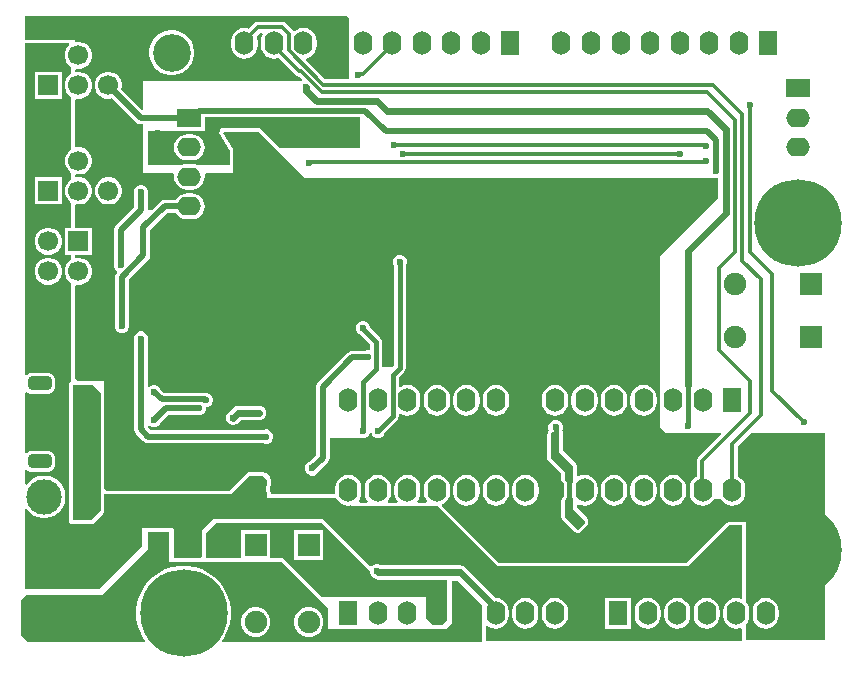
<source format=gbl>
G04*
G04 #@! TF.GenerationSoftware,Altium Limited,Altium Designer,22.5.1 (42)*
G04*
G04 Layer_Physical_Order=2*
G04 Layer_Color=16711680*
%FSLAX44Y44*%
%MOMM*%
G71*
G04*
G04 #@! TF.SameCoordinates,34FB0FCD-49E4-40E2-9EDC-7902339FC661*
G04*
G04*
G04 #@! TF.FilePolarity,Positive*
G04*
G01*
G75*
%ADD12C,0.6000*%
%ADD13C,0.3000*%
%ADD14C,0.4000*%
%ADD16R,1.9000X1.9000*%
%ADD64R,1.9000X1.9000*%
%ADD65C,1.9000*%
%ADD69C,0.5000*%
%ADD73O,1.6000X2.0000*%
%ADD74R,1.6000X2.0000*%
%ADD75R,2.0000X1.6000*%
%ADD76O,2.0000X1.6000*%
%ADD77C,3.0000*%
G04:AMPARAMS|DCode=78|XSize=2mm|YSize=1.2mm|CornerRadius=0.36mm|HoleSize=0mm|Usage=FLASHONLY|Rotation=0.000|XOffset=0mm|YOffset=0mm|HoleType=Round|Shape=RoundedRectangle|*
%AMROUNDEDRECTD78*
21,1,2.0000,0.4800,0,0,0.0*
21,1,1.2800,1.2000,0,0,0.0*
1,1,0.7200,0.6400,-0.2400*
1,1,0.7200,-0.6400,-0.2400*
1,1,0.7200,-0.6400,0.2400*
1,1,0.7200,0.6400,0.2400*
%
%ADD78ROUNDEDRECTD78*%
%ADD79R,1.7000X1.7000*%
%ADD80C,1.7000*%
%ADD81C,3.2000*%
%ADD82C,7.4000*%
%ADD83C,0.6000*%
G36*
X280000Y529000D02*
Y477588D01*
X260197D01*
X243742Y494043D01*
X244150Y495246D01*
X244432Y495283D01*
X247108Y496391D01*
X249405Y498155D01*
X251168Y500452D01*
X252277Y503128D01*
X252655Y506000D01*
Y510000D01*
X252277Y512872D01*
X251168Y515547D01*
X249405Y517845D01*
X247108Y519608D01*
X244432Y520717D01*
X241560Y521095D01*
X238688Y520717D01*
X236012Y519608D01*
X234366Y518345D01*
X232814Y518512D01*
X232694Y518601D01*
X232304Y519184D01*
X226744Y524744D01*
X225256Y525739D01*
X223500Y526088D01*
X203060D01*
X201304Y525739D01*
X199816Y524744D01*
X195391Y520320D01*
X194432Y520717D01*
X191560Y521095D01*
X188688Y520717D01*
X186012Y519608D01*
X183715Y517845D01*
X181952Y515547D01*
X180843Y512872D01*
X180465Y510000D01*
Y506000D01*
X180843Y503128D01*
X181952Y500452D01*
X183715Y498155D01*
X186012Y496391D01*
X188688Y495283D01*
X191560Y494905D01*
X194432Y495283D01*
X197108Y496391D01*
X199405Y498155D01*
X201168Y500452D01*
X202277Y503128D01*
X202655Y506000D01*
Y510000D01*
X202277Y512872D01*
X201880Y513831D01*
X204960Y516912D01*
X206563D01*
X207125Y515773D01*
X206952Y515547D01*
X205843Y512872D01*
X205465Y510000D01*
Y506000D01*
X205843Y503128D01*
X206952Y500452D01*
X208715Y498155D01*
X211012Y496391D01*
X213688Y495283D01*
X216560Y494905D01*
X219432Y495283D01*
X220391Y495681D01*
X234939Y481133D01*
X236427Y480138D01*
X237848Y479855D01*
X240348Y477356D01*
X240387Y477158D01*
X239908Y476000D01*
X106000D01*
Y452367D01*
X104730Y451841D01*
X87266Y469305D01*
X87700Y470926D01*
Y473954D01*
X86916Y476879D01*
X85402Y479501D01*
X83261Y481642D01*
X80639Y483156D01*
X77714Y483940D01*
X74686D01*
X71761Y483156D01*
X69139Y481642D01*
X66998Y479501D01*
X65484Y476879D01*
X64700Y473954D01*
Y470926D01*
X65484Y468001D01*
X66998Y465379D01*
X69139Y463238D01*
X71761Y461724D01*
X74686Y460940D01*
X77714D01*
X79335Y461374D01*
X99675Y441035D01*
X101494Y439819D01*
X103640Y439392D01*
X106000D01*
Y398000D01*
X131019D01*
X132133Y396730D01*
X131905Y395000D01*
X132283Y392128D01*
X133392Y389453D01*
X135155Y387155D01*
X137452Y385392D01*
X140128Y384283D01*
X143000Y383905D01*
X147000D01*
X149872Y384283D01*
X152548Y385392D01*
X154845Y387155D01*
X156608Y389453D01*
X157717Y392128D01*
X158095Y395000D01*
X157867Y396730D01*
X158981Y398000D01*
X182000D01*
X182000Y405602D01*
X182059Y405898D01*
X182059Y405898D01*
X182059Y417000D01*
X182014Y417223D01*
X182025Y417450D01*
X181899Y417803D01*
X181826Y418171D01*
X181700Y418360D01*
X181623Y418574D01*
X173764Y431671D01*
X174484Y432941D01*
X203733D01*
X219837Y416837D01*
X220819Y416181D01*
X243000Y394000D01*
X592882D01*
Y376883D01*
X543000Y327000D01*
Y183000D01*
X548000Y178000D01*
X594852D01*
X595338Y176827D01*
X575756Y157244D01*
X574761Y155756D01*
X574412Y154000D01*
Y141330D01*
X573973Y141149D01*
X571675Y139385D01*
X569911Y137087D01*
X568803Y134412D01*
X568425Y131540D01*
Y127540D01*
X568803Y124668D01*
X569911Y121993D01*
X571675Y119695D01*
X573973Y117931D01*
X576648Y116823D01*
X579520Y116445D01*
X582392Y116823D01*
X585067Y117931D01*
X587365Y119695D01*
X589128Y121993D01*
X589132Y122000D01*
X594908D01*
X594911Y121993D01*
X596675Y119695D01*
X598973Y117931D01*
X601648Y116823D01*
X604520Y116445D01*
X607392Y116823D01*
X610067Y117931D01*
X612365Y119695D01*
X614128Y121993D01*
X615237Y124668D01*
X615615Y127540D01*
Y131540D01*
X615237Y134412D01*
X614128Y137087D01*
X612365Y139385D01*
X610067Y141149D01*
X609108Y141546D01*
Y166619D01*
X620489Y178000D01*
X683000D01*
X683000Y3000D01*
X616059D01*
Y12422D01*
X616000Y12717D01*
Y15756D01*
X617608Y17852D01*
X618717Y20528D01*
X619095Y23400D01*
Y27400D01*
X618717Y30272D01*
X617608Y32947D01*
X616000Y35044D01*
Y38083D01*
X616059Y38378D01*
Y100000D01*
X616000Y100295D01*
Y103000D01*
X613296D01*
X613000Y103059D01*
X602000D01*
X601704Y103000D01*
X601000D01*
X600819Y102819D01*
X599837Y102163D01*
X599837Y102163D01*
X565733Y68059D01*
X407267D01*
X358985Y116340D01*
X359233Y117586D01*
X360067Y117931D01*
X362365Y119695D01*
X364128Y121993D01*
X365237Y124668D01*
X365615Y127540D01*
Y131540D01*
X365237Y134412D01*
X364128Y137087D01*
X362365Y139385D01*
X360067Y141149D01*
X357392Y142257D01*
X354520Y142635D01*
X351648Y142257D01*
X348973Y141149D01*
X346675Y139385D01*
X344911Y137087D01*
X343803Y134412D01*
X343425Y131540D01*
Y127540D01*
X343803Y124668D01*
X344911Y121993D01*
X346188Y120329D01*
X345562Y119059D01*
X338478D01*
X337852Y120329D01*
X339128Y121993D01*
X340237Y124668D01*
X340615Y127540D01*
Y131540D01*
X340237Y134412D01*
X339128Y137087D01*
X337365Y139385D01*
X335067Y141149D01*
X332392Y142257D01*
X329520Y142635D01*
X326648Y142257D01*
X323973Y141149D01*
X321675Y139385D01*
X319911Y137087D01*
X318803Y134412D01*
X318425Y131540D01*
Y127540D01*
X318803Y124668D01*
X319911Y121993D01*
X321188Y120329D01*
X320562Y119059D01*
X313478Y119059D01*
X312852Y120329D01*
X314128Y121993D01*
X315237Y124668D01*
X315615Y127540D01*
Y131540D01*
X315237Y134412D01*
X314128Y137087D01*
X312365Y139385D01*
X310068Y141149D01*
X307392Y142257D01*
X304520Y142635D01*
X301648Y142257D01*
X298972Y141149D01*
X296675Y139385D01*
X294911Y137087D01*
X293803Y134412D01*
X293425Y131540D01*
Y127540D01*
X293803Y124668D01*
X294911Y121993D01*
X296188Y120329D01*
X295562Y119059D01*
X289941D01*
X288208Y120792D01*
X289128Y121993D01*
X290237Y124668D01*
X290615Y127540D01*
Y131540D01*
X290237Y134412D01*
X289128Y137087D01*
X287365Y139385D01*
X285068Y141149D01*
X282392Y142257D01*
X279520Y142635D01*
X276648Y142257D01*
X273972Y141149D01*
X271675Y139385D01*
X269911Y137087D01*
X268803Y134412D01*
X268425Y131540D01*
Y127540D01*
X268494Y127014D01*
X267657Y126059D01*
X231000Y126059D01*
X214059D01*
Y127515D01*
X214059Y127515D01*
X213826Y128685D01*
X213692Y128885D01*
X213059Y130415D01*
Y131585D01*
X213692Y133115D01*
X213826Y133315D01*
X214059Y134485D01*
X214059Y134485D01*
Y138000D01*
X214059Y138000D01*
X213826Y139171D01*
X213163Y140163D01*
X213163Y140163D01*
X213000Y140326D01*
Y142000D01*
X211000Y144000D01*
X209326D01*
X209163Y144163D01*
X208171Y144826D01*
X207000Y145059D01*
X207000Y145059D01*
X196000D01*
X196000Y145059D01*
X194830Y144826D01*
X193837Y144163D01*
X178733Y129059D01*
X74941D01*
X73059Y130941D01*
Y212000D01*
X73059Y212000D01*
X73000Y212296D01*
Y222000D01*
X63296D01*
X63000Y222059D01*
X63000Y222059D01*
X50941D01*
X48059Y224941D01*
Y302746D01*
X49066Y303519D01*
X49286Y303460D01*
X52314D01*
X55239Y304244D01*
X57861Y305758D01*
X60002Y307899D01*
X61516Y310521D01*
X62300Y313446D01*
Y316474D01*
X61516Y319399D01*
X60002Y322021D01*
X57861Y324162D01*
X55239Y325676D01*
X52314Y326460D01*
X49286D01*
X49066Y326401D01*
X48059Y327174D01*
Y328860D01*
X62300D01*
Y351860D01*
X48059D01*
Y370839D01*
X49066Y371613D01*
X49486Y371500D01*
X52514D01*
X55439Y372284D01*
X58061Y373798D01*
X60202Y375939D01*
X61716Y378561D01*
X62500Y381486D01*
Y384514D01*
X61716Y387439D01*
X60202Y390061D01*
X58061Y392202D01*
X55439Y393716D01*
X52514Y394500D01*
X49486D01*
X49196Y394422D01*
X48190Y395194D01*
Y396206D01*
X49196Y396978D01*
X49486Y396900D01*
X52514D01*
X55439Y397684D01*
X58061Y399198D01*
X60202Y401339D01*
X61716Y403961D01*
X62500Y406886D01*
Y409914D01*
X61716Y412839D01*
X60202Y415461D01*
X58061Y417602D01*
X55439Y419116D01*
X52514Y419900D01*
X49486D01*
X49066Y419787D01*
X48059Y420561D01*
Y460226D01*
X49066Y460999D01*
X49286Y460940D01*
X52314D01*
X55239Y461724D01*
X57861Y463238D01*
X60002Y465379D01*
X61516Y468001D01*
X62300Y470926D01*
Y473954D01*
X61516Y476879D01*
X60002Y479501D01*
X57861Y481642D01*
X55239Y483156D01*
X52314Y483940D01*
X49286D01*
X48294Y484767D01*
Y485513D01*
X49100Y486185D01*
X49343Y486340D01*
X52314D01*
X55239Y487124D01*
X57861Y488638D01*
X60002Y490779D01*
X61516Y493401D01*
X62300Y496326D01*
Y499354D01*
X61516Y502279D01*
X60002Y504901D01*
X57861Y507042D01*
X55239Y508556D01*
X52314Y509340D01*
X49286D01*
X49008Y509265D01*
X48000Y510038D01*
Y511000D01*
X43369D01*
X43162Y511054D01*
X43073Y511041D01*
X42985Y511059D01*
X6000D01*
Y531000D01*
X278000D01*
X280000Y529000D01*
D02*
G37*
G36*
X289000Y419000D02*
X222000D01*
X205000Y436000D01*
X171333D01*
X170000Y432000D01*
X179000Y417000D01*
X179000Y405898D01*
X178102Y405000D01*
X151602D01*
X149872Y405717D01*
X147000Y406095D01*
X143000D01*
X140128Y405717D01*
X138398Y405000D01*
X110000D01*
Y434000D01*
X132000D01*
Y434000D01*
X158000D01*
Y445392D01*
X289000D01*
Y419000D01*
D02*
G37*
G36*
X43427Y506730D02*
X41598Y504901D01*
X40084Y502279D01*
X39300Y499354D01*
Y496326D01*
X40084Y493401D01*
X41598Y490779D01*
X43739Y488638D01*
X45000Y487910D01*
Y482370D01*
X43739Y481642D01*
X41598Y479501D01*
X40084Y476879D01*
X39300Y473954D01*
Y470926D01*
X40084Y468001D01*
X41598Y465379D01*
X43739Y463238D01*
X45000Y462510D01*
Y418215D01*
X43939Y417602D01*
X41798Y415461D01*
X40284Y412839D01*
X39500Y409914D01*
Y406886D01*
X40284Y403961D01*
X41798Y401339D01*
X43939Y399198D01*
X45000Y398585D01*
Y392815D01*
X43939Y392202D01*
X41798Y390061D01*
X40284Y387439D01*
X39500Y384514D01*
Y381486D01*
X40284Y378561D01*
X41798Y375939D01*
X43939Y373798D01*
X45000Y373185D01*
Y351860D01*
X39300D01*
Y328860D01*
X45000D01*
Y324890D01*
X43739Y324162D01*
X41598Y322021D01*
X40084Y319399D01*
X39300Y316474D01*
Y313446D01*
X40084Y310521D01*
X41598Y307899D01*
X43739Y305758D01*
X45000Y305030D01*
Y221860D01*
X44830Y221826D01*
X43837Y221163D01*
X43174Y220170D01*
X42941Y219000D01*
Y104000D01*
X43174Y102830D01*
X43837Y101837D01*
X44830Y101174D01*
X46000Y100941D01*
X62000D01*
X62000Y100941D01*
X63170Y101174D01*
X64163Y101837D01*
X64163Y101837D01*
X72163Y109837D01*
X72826Y110829D01*
X73059Y112000D01*
X73059Y112000D01*
Y126000D01*
X180000D01*
X196000Y142000D01*
X207000D01*
X211000Y138000D01*
Y134485D01*
X210913Y134399D01*
X210000Y132193D01*
Y129806D01*
X210913Y127601D01*
X211000Y127515D01*
Y123000D01*
X231000D01*
X269494Y123000D01*
X269911Y121993D01*
X271675Y119695D01*
X273972Y117931D01*
X276648Y116823D01*
X279520Y116445D01*
X282202Y116798D01*
X283000Y116000D01*
X355000Y116000D01*
X406000Y65000D01*
X567000D01*
X602000Y100000D01*
X613000D01*
Y38378D01*
X611944Y37673D01*
X610872Y38117D01*
X608000Y38495D01*
X605128Y38117D01*
X602453Y37009D01*
X600155Y35245D01*
X598391Y32947D01*
X597283Y30272D01*
X596905Y27400D01*
Y23400D01*
X597283Y20528D01*
X598391Y17852D01*
X600155Y15555D01*
X602453Y13792D01*
X605128Y12683D01*
X608000Y12305D01*
X610872Y12683D01*
X611944Y13127D01*
X613000Y12422D01*
Y2000D01*
X396059D01*
Y14334D01*
X397329Y14961D01*
X398853Y13792D01*
X401528Y12683D01*
X404400Y12305D01*
X407272Y12683D01*
X409948Y13792D01*
X412245Y15555D01*
X414008Y17852D01*
X415117Y20528D01*
X415495Y23400D01*
Y27400D01*
X415117Y30272D01*
X414008Y32947D01*
X412245Y35245D01*
X409948Y37009D01*
X407272Y38117D01*
X404400Y38495D01*
X404185Y38467D01*
X378326Y64326D01*
X376341Y65652D01*
X374000Y66118D01*
X307324D01*
X306842Y66317D01*
X306341Y66652D01*
X305750Y66769D01*
X305194Y67000D01*
X304591D01*
X304000Y67118D01*
X303409Y67000D01*
X302806D01*
X302250Y66769D01*
X301659Y66652D01*
X301158Y66317D01*
X300601Y66087D01*
X300175Y65661D01*
X299674Y65326D01*
X299543Y65128D01*
X298271Y65055D01*
X259163Y104163D01*
X258181Y104819D01*
X258000Y105000D01*
X257295D01*
X257000Y105059D01*
X257000Y105059D01*
X168000D01*
X167705Y105000D01*
X165000D01*
X156000Y96000D01*
Y93295D01*
X155941Y93000D01*
X155941Y93000D01*
Y73941D01*
X154059Y72059D01*
X132000D01*
Y97000D01*
X131000Y98000D01*
X105000D01*
Y82000D01*
X69000Y46000D01*
X6000D01*
Y113261D01*
X7270Y113646D01*
X8019Y112526D01*
X10526Y110019D01*
X13474Y108049D01*
X16750Y106692D01*
X20227Y106000D01*
X23773D01*
X27250Y106692D01*
X30526Y108049D01*
X33474Y110019D01*
X35982Y112526D01*
X37951Y115474D01*
X39308Y118750D01*
X40000Y122227D01*
Y125773D01*
X39308Y129250D01*
X37951Y132526D01*
X35982Y135474D01*
X33474Y137982D01*
X30526Y139951D01*
X27250Y141308D01*
X23773Y142000D01*
X20227D01*
X16750Y141308D01*
X13474Y139951D01*
X10526Y137982D01*
X8019Y135474D01*
X7270Y134354D01*
X6000Y134739D01*
Y146296D01*
X6741Y146683D01*
X7270Y146795D01*
X8522Y145835D01*
X10127Y145170D01*
X11850Y144943D01*
X24650D01*
X26373Y145170D01*
X27978Y145835D01*
X29357Y146893D01*
X30415Y148272D01*
X31080Y149877D01*
X31307Y151600D01*
Y156400D01*
X31080Y158123D01*
X30415Y159728D01*
X29357Y161107D01*
X27978Y162165D01*
X26373Y162830D01*
X24650Y163057D01*
X11850D01*
X10127Y162830D01*
X8522Y162165D01*
X7270Y161205D01*
X6741Y161317D01*
X6000Y161704D01*
Y212296D01*
X6741Y212683D01*
X7270Y212795D01*
X8522Y211835D01*
X10127Y211170D01*
X11850Y210943D01*
X24650D01*
X26373Y211170D01*
X27978Y211835D01*
X29357Y212893D01*
X30415Y214272D01*
X31080Y215877D01*
X31307Y217600D01*
Y222400D01*
X31080Y224123D01*
X30415Y225728D01*
X29357Y227107D01*
X27978Y228165D01*
X26373Y228830D01*
X24650Y229057D01*
X11850D01*
X10127Y228830D01*
X8522Y228165D01*
X7270Y227205D01*
X6741Y227317D01*
X6000Y227704D01*
Y508000D01*
X42985D01*
X43427Y506730D01*
D02*
G37*
G36*
X70000Y212000D02*
Y112000D01*
X62000Y104000D01*
X46000D01*
Y219000D01*
X63000D01*
X70000Y212000D01*
D02*
G37*
G36*
X297902Y61098D02*
X297882Y61000D01*
X298000Y60409D01*
Y59806D01*
X298231Y59250D01*
X298348Y58659D01*
X298683Y58158D01*
X298913Y57601D01*
X299340Y57175D01*
X299674Y56674D01*
X300674Y55674D01*
X301864Y54879D01*
X302659Y54348D01*
X305000Y53882D01*
X363000D01*
Y19000D01*
X359059Y15059D01*
X350941D01*
X345000Y21000D01*
X345000Y39000D01*
X257326Y39000D01*
X225163Y71163D01*
X224170Y71826D01*
X223000Y72059D01*
X223000Y72059D01*
X213500D01*
Y95500D01*
X188500D01*
Y72059D01*
X159000D01*
Y93000D01*
X168000Y102000D01*
X257000D01*
X297902Y61098D01*
D02*
G37*
G36*
X128000Y69000D02*
X223000D01*
X262000Y30000D01*
Y12000D01*
X362000D01*
X367000Y17000D01*
Y53000D01*
X372000D01*
X393000Y32000D01*
Y1000D01*
X173114D01*
X172537Y2132D01*
X174211Y4435D01*
X177069Y10045D01*
X179015Y16033D01*
X180000Y22252D01*
Y28548D01*
X179015Y34767D01*
X177069Y40755D01*
X174211Y46365D01*
X170510Y51458D01*
X166058Y55910D01*
X160965Y59611D01*
X155355Y62470D01*
X149367Y64415D01*
X143148Y65400D01*
X136852D01*
X130633Y64415D01*
X124645Y62470D01*
X119035Y59611D01*
X113942Y55910D01*
X109490Y51458D01*
X105789Y46365D01*
X102930Y40755D01*
X100985Y34767D01*
X100000Y28548D01*
Y22252D01*
X100985Y16033D01*
X102930Y10045D01*
X105789Y4435D01*
X107463Y2132D01*
X106886Y1000D01*
X8000D01*
X2000Y7000D01*
Y36000D01*
X7000Y41000D01*
X71000D01*
X110000Y80000D01*
Y94000D01*
X128000D01*
Y69000D01*
D02*
G37*
%LPC*%
G36*
X131871Y519000D02*
X128129D01*
X124458Y518270D01*
X121000Y516838D01*
X117888Y514758D01*
X115242Y512112D01*
X113162Y509000D01*
X111730Y505542D01*
X111000Y501871D01*
Y498129D01*
X111730Y494458D01*
X113162Y491000D01*
X115242Y487888D01*
X117888Y485242D01*
X121000Y483162D01*
X124458Y481730D01*
X128129Y481000D01*
X131871D01*
X135542Y481730D01*
X139000Y483162D01*
X142112Y485242D01*
X144758Y487888D01*
X146838Y491000D01*
X148270Y494458D01*
X149000Y498129D01*
Y501871D01*
X148270Y505542D01*
X146838Y509000D01*
X144758Y512112D01*
X142112Y514758D01*
X139000Y516838D01*
X135542Y518270D01*
X131871Y519000D01*
D02*
G37*
G36*
X77914Y394500D02*
X74886D01*
X71961Y393716D01*
X69339Y392202D01*
X67198Y390061D01*
X65684Y387439D01*
X64900Y384514D01*
Y381486D01*
X65684Y378561D01*
X67198Y375939D01*
X69339Y373798D01*
X71961Y372284D01*
X74886Y371500D01*
X77914D01*
X80839Y372284D01*
X83461Y373798D01*
X85602Y375939D01*
X87116Y378561D01*
X87900Y381486D01*
Y384514D01*
X87116Y387439D01*
X85602Y390061D01*
X83461Y392202D01*
X80839Y393716D01*
X77914Y394500D01*
D02*
G37*
G36*
X105194Y388000D02*
X102807D01*
X100601Y387087D01*
X98913Y385399D01*
X98000Y383194D01*
Y380807D01*
X98392Y379860D01*
Y369323D01*
X83035Y353965D01*
X81819Y352146D01*
X81392Y350000D01*
Y322141D01*
X81000Y321194D01*
Y318806D01*
X81913Y316601D01*
X83601Y314914D01*
X83512Y313576D01*
X82819Y312539D01*
X82392Y310393D01*
Y271140D01*
X82000Y270194D01*
Y267806D01*
X82913Y265601D01*
X84601Y263913D01*
X86806Y263000D01*
X89193D01*
X91399Y263913D01*
X93087Y265601D01*
X94000Y267806D01*
Y270194D01*
X93608Y271140D01*
Y308071D01*
X110061Y324524D01*
X111277Y326343D01*
X111703Y328489D01*
Y349773D01*
X126323Y364392D01*
X133438D01*
X135155Y362155D01*
X137452Y360392D01*
X140128Y359283D01*
X143000Y358905D01*
X147000D01*
X149872Y359283D01*
X152548Y360392D01*
X154845Y362155D01*
X156608Y364453D01*
X157717Y367128D01*
X158095Y370000D01*
X157717Y372872D01*
X156608Y375547D01*
X154845Y377845D01*
X152548Y379608D01*
X149872Y380717D01*
X147000Y381095D01*
X143000D01*
X140128Y380717D01*
X137452Y379608D01*
X135155Y377845D01*
X133438Y375608D01*
X124000D01*
X121854Y375181D01*
X120035Y373965D01*
X113203Y367134D01*
X109608D01*
Y379860D01*
X110000Y380807D01*
Y383194D01*
X109087Y385399D01*
X107399Y387087D01*
X105194Y388000D01*
D02*
G37*
G36*
X324193Y329000D02*
X321806D01*
X319601Y328087D01*
X317913Y326399D01*
X317000Y324193D01*
Y321806D01*
X317902Y319629D01*
Y235112D01*
X316790Y234000D01*
X308098D01*
Y255188D01*
X307710Y257139D01*
X306605Y258793D01*
X298000Y267398D01*
Y268193D01*
X297087Y270399D01*
X295399Y272087D01*
X293193Y273000D01*
X290807D01*
X288601Y272087D01*
X286913Y270399D01*
X286000Y268193D01*
Y265807D01*
X286913Y263601D01*
X288601Y261913D01*
X289393Y261585D01*
X297902Y253077D01*
Y248473D01*
X297193Y248000D01*
X294806D01*
X293860Y247608D01*
X283000D01*
X280854Y247181D01*
X279035Y245965D01*
X254035Y220965D01*
X252819Y219146D01*
X252392Y217000D01*
Y159323D01*
X246548Y153479D01*
X245601Y153087D01*
X243913Y151399D01*
X243000Y149193D01*
Y146806D01*
X243913Y144601D01*
X245601Y142914D01*
X247806Y142000D01*
X250194D01*
X252399Y142914D01*
X254087Y144601D01*
X254479Y145548D01*
X261965Y153035D01*
X263181Y154854D01*
X263608Y157000D01*
Y174000D01*
X287688D01*
X288601Y174913D01*
X290807Y174000D01*
X293193D01*
X295399Y174913D01*
X297087Y176601D01*
X297827Y178388D01*
X299173D01*
X299913Y176601D01*
X301601Y174913D01*
X303806Y174000D01*
X306194D01*
X308399Y174913D01*
X310087Y176601D01*
X310989Y178779D01*
X320625Y188415D01*
X321730Y190069D01*
X322118Y192020D01*
Y194119D01*
X323257Y194681D01*
X323973Y194132D01*
X326648Y193023D01*
X329520Y192645D01*
X332392Y193023D01*
X335067Y194132D01*
X337365Y195895D01*
X339128Y198193D01*
X340237Y200868D01*
X340615Y203740D01*
Y207740D01*
X340237Y210612D01*
X339128Y213288D01*
X337365Y215585D01*
X335067Y217348D01*
X332392Y218457D01*
X329520Y218835D01*
X326648Y218457D01*
X323973Y217348D01*
X323257Y216799D01*
X322118Y217361D01*
Y224908D01*
X326605Y229395D01*
X327710Y231049D01*
X328098Y233000D01*
Y319629D01*
X329000Y321806D01*
Y324193D01*
X328087Y326399D01*
X326399Y328087D01*
X324193Y329000D01*
D02*
G37*
G36*
X105194Y264000D02*
X102807D01*
X100601Y263086D01*
X98913Y261399D01*
X98000Y259193D01*
Y256807D01*
X98392Y255860D01*
Y181000D01*
X98819Y178854D01*
X100035Y177035D01*
X106035Y171035D01*
X107854Y169819D01*
X110000Y169392D01*
X207860D01*
X208806Y169000D01*
X211194D01*
X213399Y169914D01*
X215087Y171601D01*
X216000Y173806D01*
Y176194D01*
X215087Y178399D01*
X213399Y180087D01*
X211194Y181000D01*
X208806D01*
X207860Y180608D01*
X112323D01*
X109993Y182938D01*
X110089Y183630D01*
X111434Y184081D01*
X111601Y183913D01*
X113806Y183000D01*
X116194D01*
X118399Y183913D01*
X120087Y185601D01*
X120479Y186548D01*
X127323Y193392D01*
X150859D01*
X151806Y193000D01*
X154193D01*
X156399Y193913D01*
X158087Y195601D01*
X159000Y197806D01*
Y200000D01*
X160194D01*
X162399Y200913D01*
X164087Y202601D01*
X165000Y204806D01*
Y207194D01*
X164087Y209399D01*
X162399Y211087D01*
X160194Y212000D01*
X158771D01*
X158229Y212108D01*
X123823D01*
X120479Y215452D01*
X120087Y216399D01*
X118399Y218087D01*
X116194Y219000D01*
X113806D01*
X111601Y218087D01*
X110878Y217363D01*
X109608Y217889D01*
Y255860D01*
X110000Y256807D01*
Y259193D01*
X109087Y261399D01*
X107399Y263086D01*
X105194Y264000D01*
D02*
G37*
G36*
X529520Y218835D02*
X526648Y218457D01*
X523973Y217348D01*
X521675Y215585D01*
X519911Y213288D01*
X518803Y210612D01*
X518425Y207740D01*
Y203740D01*
X518803Y200868D01*
X519911Y198193D01*
X521675Y195895D01*
X523973Y194132D01*
X526648Y193023D01*
X529520Y192645D01*
X532392Y193023D01*
X535067Y194132D01*
X537365Y195895D01*
X539128Y198193D01*
X540237Y200868D01*
X540615Y203740D01*
Y207740D01*
X540237Y210612D01*
X539128Y213288D01*
X537365Y215585D01*
X535067Y217348D01*
X532392Y218457D01*
X529520Y218835D01*
D02*
G37*
G36*
X504520D02*
X501648Y218457D01*
X498973Y217348D01*
X496675Y215585D01*
X494911Y213288D01*
X493803Y210612D01*
X493425Y207740D01*
Y203740D01*
X493803Y200868D01*
X494911Y198193D01*
X496675Y195895D01*
X498973Y194132D01*
X501648Y193023D01*
X504520Y192645D01*
X507392Y193023D01*
X510067Y194132D01*
X512365Y195895D01*
X514128Y198193D01*
X515237Y200868D01*
X515615Y203740D01*
Y207740D01*
X515237Y210612D01*
X514128Y213288D01*
X512365Y215585D01*
X510067Y217348D01*
X507392Y218457D01*
X504520Y218835D01*
D02*
G37*
G36*
X479520D02*
X476648Y218457D01*
X473973Y217348D01*
X471675Y215585D01*
X469911Y213288D01*
X468803Y210612D01*
X468425Y207740D01*
Y203740D01*
X468803Y200868D01*
X469911Y198193D01*
X471675Y195895D01*
X473973Y194132D01*
X476648Y193023D01*
X479520Y192645D01*
X482392Y193023D01*
X485067Y194132D01*
X487365Y195895D01*
X489128Y198193D01*
X490237Y200868D01*
X490615Y203740D01*
Y207740D01*
X490237Y210612D01*
X489128Y213288D01*
X487365Y215585D01*
X485067Y217348D01*
X482392Y218457D01*
X479520Y218835D01*
D02*
G37*
G36*
X454520D02*
X451648Y218457D01*
X448973Y217348D01*
X446675Y215585D01*
X444911Y213288D01*
X443803Y210612D01*
X443425Y207740D01*
Y203740D01*
X443803Y200868D01*
X444911Y198193D01*
X446675Y195895D01*
X448973Y194132D01*
X451648Y193023D01*
X454520Y192645D01*
X457392Y193023D01*
X460067Y194132D01*
X462365Y195895D01*
X464128Y198193D01*
X465237Y200868D01*
X465615Y203740D01*
Y207740D01*
X465237Y210612D01*
X464128Y213288D01*
X462365Y215585D01*
X460067Y217348D01*
X457392Y218457D01*
X454520Y218835D01*
D02*
G37*
G36*
X404520D02*
X401648Y218457D01*
X398973Y217348D01*
X396675Y215585D01*
X394911Y213288D01*
X393803Y210612D01*
X393425Y207740D01*
Y203740D01*
X393803Y200868D01*
X394911Y198193D01*
X396675Y195895D01*
X398973Y194132D01*
X401648Y193023D01*
X404520Y192645D01*
X407392Y193023D01*
X410067Y194132D01*
X412365Y195895D01*
X414128Y198193D01*
X415237Y200868D01*
X415615Y203740D01*
Y207740D01*
X415237Y210612D01*
X414128Y213288D01*
X412365Y215585D01*
X410067Y217348D01*
X407392Y218457D01*
X404520Y218835D01*
D02*
G37*
G36*
X379520D02*
X376648Y218457D01*
X373973Y217348D01*
X371675Y215585D01*
X369911Y213288D01*
X368803Y210612D01*
X368425Y207740D01*
Y203740D01*
X368803Y200868D01*
X369911Y198193D01*
X371675Y195895D01*
X373973Y194132D01*
X376648Y193023D01*
X379520Y192645D01*
X382392Y193023D01*
X385067Y194132D01*
X387365Y195895D01*
X389128Y198193D01*
X390237Y200868D01*
X390615Y203740D01*
Y207740D01*
X390237Y210612D01*
X389128Y213288D01*
X387365Y215585D01*
X385067Y217348D01*
X382392Y218457D01*
X379520Y218835D01*
D02*
G37*
G36*
X354520D02*
X351648Y218457D01*
X348973Y217348D01*
X346675Y215585D01*
X344911Y213288D01*
X343803Y210612D01*
X343425Y207740D01*
Y203740D01*
X343803Y200868D01*
X344911Y198193D01*
X346675Y195895D01*
X348973Y194132D01*
X351648Y193023D01*
X354520Y192645D01*
X357392Y193023D01*
X360067Y194132D01*
X362365Y195895D01*
X364128Y198193D01*
X365237Y200868D01*
X365615Y203740D01*
Y207740D01*
X365237Y210612D01*
X364128Y213288D01*
X362365Y215585D01*
X360067Y217348D01*
X357392Y218457D01*
X354520Y218835D01*
D02*
G37*
G36*
X204000Y201117D02*
X186000D01*
X183659Y200652D01*
X181674Y199326D01*
X177674Y195326D01*
X177339Y194825D01*
X176913Y194399D01*
X176683Y193842D01*
X176348Y193341D01*
X176231Y192750D01*
X176000Y192194D01*
Y191591D01*
X175882Y191000D01*
X176000Y190409D01*
Y189806D01*
X176231Y189250D01*
X176348Y188659D01*
X176683Y188158D01*
X176913Y187601D01*
X177339Y187175D01*
X177674Y186674D01*
X178175Y186339D01*
X178601Y185913D01*
X179158Y185683D01*
X179659Y185348D01*
X180250Y185231D01*
X180807Y185000D01*
X181409D01*
X182000Y184883D01*
X182591Y185000D01*
X183193D01*
X183750Y185231D01*
X184341Y185348D01*
X184842Y185683D01*
X185399Y185913D01*
X185825Y186339D01*
X186326Y186674D01*
X188534Y188883D01*
X204000D01*
X204591Y189000D01*
X205194D01*
X205750Y189231D01*
X206341Y189348D01*
X206842Y189683D01*
X207399Y189913D01*
X207825Y190340D01*
X208326Y190674D01*
X208661Y191175D01*
X209087Y191601D01*
X209317Y192158D01*
X209652Y192659D01*
X209769Y193250D01*
X210000Y193806D01*
Y194409D01*
X210117Y195000D01*
X210000Y195591D01*
Y196194D01*
X209769Y196750D01*
X209652Y197341D01*
X209317Y197842D01*
X209087Y198399D01*
X208661Y198825D01*
X208326Y199326D01*
X207825Y199660D01*
X207399Y200086D01*
X206842Y200317D01*
X206341Y200652D01*
X205750Y200769D01*
X205194Y201000D01*
X204591D01*
X204000Y201117D01*
D02*
G37*
G36*
X554520Y142635D02*
X551648Y142257D01*
X548973Y141149D01*
X546675Y139385D01*
X544911Y137087D01*
X543803Y134412D01*
X543425Y131540D01*
Y127540D01*
X543803Y124668D01*
X544911Y121993D01*
X546675Y119695D01*
X548973Y117931D01*
X551648Y116823D01*
X554520Y116445D01*
X557392Y116823D01*
X560067Y117931D01*
X562365Y119695D01*
X564128Y121993D01*
X565237Y124668D01*
X565615Y127540D01*
Y131540D01*
X565237Y134412D01*
X564128Y137087D01*
X562365Y139385D01*
X560067Y141149D01*
X557392Y142257D01*
X554520Y142635D01*
D02*
G37*
G36*
X529520D02*
X526648Y142257D01*
X523973Y141149D01*
X521675Y139385D01*
X519911Y137087D01*
X518803Y134412D01*
X518425Y131540D01*
Y127540D01*
X518803Y124668D01*
X519911Y121993D01*
X521675Y119695D01*
X523973Y117931D01*
X526648Y116823D01*
X529520Y116445D01*
X532392Y116823D01*
X535067Y117931D01*
X537365Y119695D01*
X539128Y121993D01*
X540237Y124668D01*
X540615Y127540D01*
Y131540D01*
X540237Y134412D01*
X539128Y137087D01*
X537365Y139385D01*
X535067Y141149D01*
X532392Y142257D01*
X529520Y142635D01*
D02*
G37*
G36*
X504520D02*
X501648Y142257D01*
X498973Y141149D01*
X496675Y139385D01*
X494911Y137087D01*
X493803Y134412D01*
X493425Y131540D01*
Y127540D01*
X493803Y124668D01*
X494911Y121993D01*
X496675Y119695D01*
X498973Y117931D01*
X501648Y116823D01*
X504520Y116445D01*
X507392Y116823D01*
X510067Y117931D01*
X512365Y119695D01*
X514128Y121993D01*
X515237Y124668D01*
X515615Y127540D01*
Y131540D01*
X515237Y134412D01*
X514128Y137087D01*
X512365Y139385D01*
X510067Y141149D01*
X507392Y142257D01*
X504520Y142635D01*
D02*
G37*
G36*
X456194Y189000D02*
X453806D01*
X451601Y188086D01*
X449913Y186399D01*
X449000Y184193D01*
Y181807D01*
X449660Y180214D01*
X448971Y179483D01*
X448679Y179016D01*
X448373Y178558D01*
X448364Y178511D01*
X448339Y178471D01*
X448248Y177927D01*
X448140Y177387D01*
Y156395D01*
X448373Y155225D01*
X449036Y154232D01*
X459905Y143363D01*
Y138605D01*
X459983Y138213D01*
X460009Y137813D01*
X460099Y137632D01*
X460138Y137435D01*
X460360Y137102D01*
X460537Y136743D01*
X461422Y135590D01*
Y123490D01*
X460537Y122337D01*
X460360Y121978D01*
X460138Y121645D01*
X460099Y121448D01*
X460009Y121267D01*
X459983Y120867D01*
X459905Y120475D01*
Y106952D01*
X460138Y105781D01*
X460801Y104789D01*
X461251Y104489D01*
X471747Y93992D01*
X472739Y93329D01*
X473910Y93096D01*
X475080Y93329D01*
X476073Y93992D01*
X481955Y99875D01*
X482618Y100867D01*
X482851Y102038D01*
X482851Y102038D01*
Y103750D01*
X482618Y104921D01*
X481955Y105913D01*
X481955Y105913D01*
X472873Y114995D01*
Y117371D01*
X474143Y117861D01*
X476648Y116823D01*
X479520Y116445D01*
X482392Y116823D01*
X485067Y117931D01*
X487365Y119695D01*
X489128Y121993D01*
X490237Y124668D01*
X490615Y127540D01*
Y131540D01*
X490237Y134412D01*
X489128Y137087D01*
X487365Y139385D01*
X485067Y141149D01*
X482392Y142257D01*
X479520Y142635D01*
X476648Y142257D01*
X474143Y141219D01*
X472873Y141709D01*
Y150363D01*
X472641Y151534D01*
X471978Y152526D01*
X471978Y152526D01*
X461257Y163246D01*
Y178584D01*
X461144Y179155D01*
X461036Y179725D01*
X461028Y179739D01*
X461025Y179755D01*
X460701Y180239D01*
X460487Y180567D01*
X461000Y181807D01*
Y184193D01*
X460087Y186399D01*
X458399Y188086D01*
X456194Y189000D01*
D02*
G37*
G36*
X429520Y142635D02*
X426648Y142257D01*
X423973Y141149D01*
X421675Y139385D01*
X419911Y137087D01*
X418803Y134412D01*
X418425Y131540D01*
Y127540D01*
X418803Y124668D01*
X419911Y121993D01*
X421675Y119695D01*
X423973Y117931D01*
X426648Y116823D01*
X429520Y116445D01*
X432392Y116823D01*
X435067Y117931D01*
X437365Y119695D01*
X439128Y121993D01*
X440237Y124668D01*
X440615Y127540D01*
Y131540D01*
X440237Y134412D01*
X439128Y137087D01*
X437365Y139385D01*
X435067Y141149D01*
X432392Y142257D01*
X429520Y142635D01*
D02*
G37*
G36*
X404520D02*
X401648Y142257D01*
X398973Y141149D01*
X396675Y139385D01*
X394911Y137087D01*
X393803Y134412D01*
X393425Y131540D01*
Y127540D01*
X393803Y124668D01*
X394911Y121993D01*
X396675Y119695D01*
X398973Y117931D01*
X401648Y116823D01*
X404520Y116445D01*
X407392Y116823D01*
X410067Y117931D01*
X412365Y119695D01*
X414128Y121993D01*
X415237Y124668D01*
X415615Y127540D01*
Y131540D01*
X415237Y134412D01*
X414128Y137087D01*
X412365Y139385D01*
X410067Y141149D01*
X407392Y142257D01*
X404520Y142635D01*
D02*
G37*
G36*
X379520D02*
X376648Y142257D01*
X373973Y141149D01*
X371675Y139385D01*
X369911Y137087D01*
X368803Y134412D01*
X368425Y131540D01*
Y127540D01*
X368803Y124668D01*
X369911Y121993D01*
X371675Y119695D01*
X373973Y117931D01*
X376648Y116823D01*
X379520Y116445D01*
X382392Y116823D01*
X385067Y117931D01*
X387365Y119695D01*
X389128Y121993D01*
X390237Y124668D01*
X390615Y127540D01*
Y131540D01*
X390237Y134412D01*
X389128Y137087D01*
X387365Y139385D01*
X385067Y141149D01*
X382392Y142257D01*
X379520Y142635D01*
D02*
G37*
G36*
X633000Y38495D02*
X630128Y38117D01*
X627453Y37009D01*
X625155Y35245D01*
X623391Y32947D01*
X622283Y30272D01*
X621905Y27400D01*
Y23400D01*
X622283Y20528D01*
X623391Y17852D01*
X625155Y15555D01*
X627453Y13792D01*
X630128Y12683D01*
X633000Y12305D01*
X635872Y12683D01*
X638548Y13792D01*
X640845Y15555D01*
X642608Y17852D01*
X643717Y20528D01*
X644095Y23400D01*
Y27400D01*
X643717Y30272D01*
X642608Y32947D01*
X640845Y35245D01*
X638548Y37009D01*
X635872Y38117D01*
X633000Y38495D01*
D02*
G37*
%LPD*%
G36*
X458199Y178584D02*
Y161979D01*
X469815Y150363D01*
Y136854D01*
X468803Y134412D01*
X468425Y131540D01*
Y127540D01*
X468803Y124668D01*
X469815Y122226D01*
Y113728D01*
X479793Y103750D01*
Y102038D01*
X473910Y96155D01*
X463113Y106952D01*
X462964D01*
Y120475D01*
X464128Y121993D01*
X465237Y124668D01*
X465615Y127540D01*
Y131540D01*
X465237Y134412D01*
X464128Y137087D01*
X462964Y138605D01*
Y144630D01*
X451199Y156395D01*
Y177387D01*
X452383Y178645D01*
X458199Y178584D01*
D02*
G37*
%LPC*%
G36*
X147000Y431095D02*
X143000D01*
X140128Y430717D01*
X137452Y429608D01*
X135155Y427845D01*
X133392Y425547D01*
X132283Y422872D01*
X131905Y420000D01*
X132283Y417128D01*
X133392Y414453D01*
X135155Y412155D01*
X137452Y410392D01*
X140128Y409283D01*
X143000Y408905D01*
X147000D01*
X149872Y409283D01*
X152548Y410392D01*
X154845Y412155D01*
X156608Y414453D01*
X157717Y417128D01*
X158095Y420000D01*
X157717Y422872D01*
X156608Y425547D01*
X154845Y427845D01*
X152548Y429608D01*
X149872Y430717D01*
X147000Y431095D01*
D02*
G37*
G36*
X36900Y483940D02*
X13900D01*
Y460940D01*
X36900D01*
Y483940D01*
D02*
G37*
G36*
X37100Y394500D02*
X14100D01*
Y371500D01*
X37100D01*
Y394500D01*
D02*
G37*
G36*
X26914Y351860D02*
X23886D01*
X20961Y351076D01*
X18339Y349562D01*
X16198Y347421D01*
X14684Y344799D01*
X13900Y341874D01*
Y338846D01*
X14684Y335921D01*
X16198Y333299D01*
X18339Y331158D01*
X20961Y329644D01*
X23886Y328860D01*
X26914D01*
X29839Y329644D01*
X32461Y331158D01*
X34602Y333299D01*
X36116Y335921D01*
X36900Y338846D01*
Y341874D01*
X36116Y344799D01*
X34602Y347421D01*
X32461Y349562D01*
X29839Y351076D01*
X26914Y351860D01*
D02*
G37*
G36*
Y326460D02*
X23886D01*
X20961Y325676D01*
X18339Y324162D01*
X16198Y322021D01*
X14684Y319399D01*
X13900Y316474D01*
Y313446D01*
X14684Y310521D01*
X16198Y307899D01*
X18339Y305758D01*
X20961Y304244D01*
X23886Y303460D01*
X26914D01*
X29839Y304244D01*
X32461Y305758D01*
X34602Y307899D01*
X36116Y310521D01*
X36900Y313446D01*
Y316474D01*
X36116Y319399D01*
X34602Y322021D01*
X32461Y324162D01*
X29839Y325676D01*
X26914Y326460D01*
D02*
G37*
G36*
X519000Y38400D02*
X497000D01*
Y12400D01*
X519000D01*
Y38400D01*
D02*
G37*
G36*
X583000Y38495D02*
X580128Y38117D01*
X577453Y37009D01*
X575155Y35245D01*
X573391Y32947D01*
X572283Y30272D01*
X571905Y27400D01*
Y23400D01*
X572283Y20528D01*
X573391Y17852D01*
X575155Y15555D01*
X577453Y13792D01*
X580128Y12683D01*
X583000Y12305D01*
X585872Y12683D01*
X588548Y13792D01*
X590845Y15555D01*
X592608Y17852D01*
X593717Y20528D01*
X594095Y23400D01*
Y27400D01*
X593717Y30272D01*
X592608Y32947D01*
X590845Y35245D01*
X588548Y37009D01*
X585872Y38117D01*
X583000Y38495D01*
D02*
G37*
G36*
X558000D02*
X555128Y38117D01*
X552453Y37009D01*
X550155Y35245D01*
X548391Y32947D01*
X547283Y30272D01*
X546905Y27400D01*
Y23400D01*
X547283Y20528D01*
X548391Y17852D01*
X550155Y15555D01*
X552453Y13792D01*
X555128Y12683D01*
X558000Y12305D01*
X560872Y12683D01*
X563548Y13792D01*
X565845Y15555D01*
X567608Y17852D01*
X568717Y20528D01*
X569095Y23400D01*
Y27400D01*
X568717Y30272D01*
X567608Y32947D01*
X565845Y35245D01*
X563548Y37009D01*
X560872Y38117D01*
X558000Y38495D01*
D02*
G37*
G36*
X533000D02*
X530128Y38117D01*
X527453Y37009D01*
X525155Y35245D01*
X523391Y32947D01*
X522283Y30272D01*
X521905Y27400D01*
Y23400D01*
X522283Y20528D01*
X523391Y17852D01*
X525155Y15555D01*
X527453Y13792D01*
X530128Y12683D01*
X533000Y12305D01*
X535872Y12683D01*
X538548Y13792D01*
X540845Y15555D01*
X542608Y17852D01*
X543717Y20528D01*
X544095Y23400D01*
Y27400D01*
X543717Y30272D01*
X542608Y32947D01*
X540845Y35245D01*
X538548Y37009D01*
X535872Y38117D01*
X533000Y38495D01*
D02*
G37*
G36*
X454400D02*
X451528Y38117D01*
X448853Y37009D01*
X446555Y35245D01*
X444791Y32947D01*
X443683Y30272D01*
X443305Y27400D01*
Y23400D01*
X443683Y20528D01*
X444791Y17852D01*
X446555Y15555D01*
X448853Y13792D01*
X451528Y12683D01*
X454400Y12305D01*
X457272Y12683D01*
X459948Y13792D01*
X462245Y15555D01*
X464008Y17852D01*
X465117Y20528D01*
X465495Y23400D01*
Y27400D01*
X465117Y30272D01*
X464008Y32947D01*
X462245Y35245D01*
X459948Y37009D01*
X457272Y38117D01*
X454400Y38495D01*
D02*
G37*
G36*
X429400D02*
X426528Y38117D01*
X423853Y37009D01*
X421555Y35245D01*
X419791Y32947D01*
X418683Y30272D01*
X418305Y27400D01*
Y23400D01*
X418683Y20528D01*
X419791Y17852D01*
X421555Y15555D01*
X423853Y13792D01*
X426528Y12683D01*
X429400Y12305D01*
X432272Y12683D01*
X434948Y13792D01*
X437245Y15555D01*
X439008Y17852D01*
X440117Y20528D01*
X440495Y23400D01*
Y27400D01*
X440117Y30272D01*
X439008Y32947D01*
X437245Y35245D01*
X434948Y37009D01*
X432272Y38117D01*
X429400Y38495D01*
D02*
G37*
G36*
X258500Y95500D02*
X233500D01*
Y70500D01*
X258500D01*
Y95500D01*
D02*
G37*
G36*
X247646Y30500D02*
X244354D01*
X241175Y29648D01*
X238325Y28003D01*
X235998Y25675D01*
X234352Y22825D01*
X233500Y19646D01*
Y16354D01*
X234352Y13175D01*
X235998Y10325D01*
X238325Y7997D01*
X241175Y6352D01*
X244354Y5500D01*
X247646D01*
X250825Y6352D01*
X253675Y7997D01*
X256003Y10325D01*
X257648Y13175D01*
X258500Y16354D01*
Y19646D01*
X257648Y22825D01*
X256003Y25675D01*
X253675Y28003D01*
X250825Y29648D01*
X247646Y30500D01*
D02*
G37*
G36*
X202646D02*
X199354D01*
X196175Y29648D01*
X193325Y28003D01*
X190998Y25675D01*
X189352Y22825D01*
X188500Y19646D01*
Y16354D01*
X189352Y13175D01*
X190998Y10325D01*
X193325Y7997D01*
X196175Y6352D01*
X199354Y5500D01*
X202646D01*
X205825Y6352D01*
X208675Y7997D01*
X211002Y10325D01*
X212648Y13175D01*
X213500Y16354D01*
Y19646D01*
X212648Y22825D01*
X211002Y25675D01*
X208675Y28003D01*
X205825Y29648D01*
X202646Y30500D01*
D02*
G37*
%LPD*%
D12*
X567000Y332000D02*
X599000Y364000D01*
Y435000D01*
X567000Y219000D02*
Y332000D01*
X304000Y61000D02*
X305000Y60000D01*
X374000D01*
X404400Y29600D01*
Y25400D02*
Y29600D01*
X304000Y459000D02*
X312000Y451000D01*
X244000Y468000D02*
X253000Y459000D01*
X304000D01*
X244000Y468000D02*
Y471000D01*
X312000Y451000D02*
X583000D01*
X599000Y435000D01*
X186000Y195000D02*
X204000D01*
X182000Y191000D02*
X186000Y195000D01*
D13*
X593500Y317500D02*
X607000Y331000D01*
X593500Y248500D02*
Y317500D01*
X607000Y331000D02*
Y443000D01*
X316560Y506280D02*
Y508000D01*
X288574Y481574D02*
X291854D01*
X316560Y506280D01*
X288000Y481000D02*
X288574Y481574D01*
X229060Y502237D02*
X258297Y473000D01*
X588000D01*
X613000Y448000D01*
X583000Y467000D02*
X607000Y443000D01*
X257192Y467000D02*
X583000D01*
X239816Y484377D02*
X257192Y467000D01*
X216560Y506000D02*
X238183Y484377D01*
X239816D01*
X229060Y502237D02*
Y515940D01*
X579000Y154000D02*
X620000Y195000D01*
X579000Y130060D02*
Y154000D01*
X620000Y195000D02*
Y222000D01*
X613000Y324000D02*
Y448000D01*
X629000Y193000D02*
Y308000D01*
X613000Y324000D02*
X629000Y308000D01*
X619574Y331426D02*
Y455574D01*
Y331426D02*
X638000Y313000D01*
Y214000D02*
Y313000D01*
X619574Y455574D02*
X620000Y456000D01*
X318000Y422000D02*
X580188D01*
X581188Y421000D02*
X582000D01*
X580188Y422000D02*
X581188Y421000D01*
X581500Y407500D02*
X582000Y408000D01*
X246500Y407500D02*
X581500D01*
X326000Y414000D02*
X560000D01*
X246000Y407000D02*
X246500Y407500D01*
X593500Y248500D02*
X620000Y222000D01*
X191560Y510000D02*
X203060Y521500D01*
X223500D01*
X229060Y515940D01*
X638000Y214000D02*
X665000Y187000D01*
X579000Y130060D02*
X579520Y129540D01*
X191560Y508000D02*
Y510000D01*
X604520Y168520D02*
X629000Y193000D01*
X604520Y129540D02*
Y168520D01*
X216560Y506000D02*
Y508000D01*
D14*
X323000Y233000D02*
Y323000D01*
X323000Y323000D01*
X455000Y159489D02*
Y183000D01*
Y159489D02*
X466520Y147969D01*
Y111021D02*
Y147969D01*
X472000Y105000D02*
Y105541D01*
X466520Y111021D02*
X472000Y105541D01*
X400104Y29696D02*
X400104D01*
X404400Y25400D01*
X305000Y180000D02*
X317020Y192020D01*
Y227020D01*
X323000Y233000D01*
X603630Y307370D02*
X606500Y304500D01*
X567000Y184000D02*
Y219000D01*
X292000Y221000D02*
X303000Y232000D01*
X292000Y266188D02*
X303000Y255188D01*
Y232000D02*
Y255188D01*
X292000Y180000D02*
Y221000D01*
Y266188D02*
Y267000D01*
X216000Y131000D02*
X226000D01*
D16*
X246000Y83000D02*
D03*
X201000D02*
D03*
D64*
X671500Y304500D02*
D03*
Y259500D02*
D03*
D65*
X606500Y304500D02*
D03*
Y259500D02*
D03*
X246000Y18000D02*
D03*
X201000D02*
D03*
D69*
X258000Y217000D02*
X283000Y242000D01*
X296000D01*
X145000Y445000D02*
X147000D01*
X103640D02*
X145000D01*
X125000Y199000D02*
X153000D01*
X115191Y189191D02*
X125000Y199000D01*
X121500Y206500D02*
X158229D01*
X115000Y213000D02*
X121500Y206500D01*
X158229D02*
X158729Y206000D01*
X88000Y269000D02*
Y310393D01*
X106096Y328489D02*
Y352096D01*
X124000Y370000D01*
X88000Y310393D02*
X106096Y328489D01*
X87000Y320000D02*
Y350000D01*
X147000Y445000D02*
X153000Y451000D01*
X294000D01*
X311000Y434000D01*
X110000Y175000D02*
X210000D01*
X591000Y400000D02*
Y426000D01*
X311000Y434000D02*
X583000D01*
X591000Y426000D01*
X104000Y367000D02*
Y382000D01*
X87000Y350000D02*
X104000Y367000D01*
X124000Y370000D02*
X145000D01*
X158729Y206000D02*
X159000D01*
X258000Y157000D02*
Y217000D01*
X249000Y148000D02*
X258000Y157000D01*
X104000Y181000D02*
Y258000D01*
Y181000D02*
X110000Y175000D01*
X76200Y472440D02*
X103640Y445000D01*
D73*
X454400Y25400D02*
D03*
X429400D02*
D03*
X404400D02*
D03*
X379400D02*
D03*
X354400D02*
D03*
X329400D02*
D03*
X304400D02*
D03*
X610000Y508000D02*
D03*
X585000D02*
D03*
X560000D02*
D03*
X535000D02*
D03*
X510000D02*
D03*
X485000D02*
D03*
X460000D02*
D03*
X191560D02*
D03*
X216560D02*
D03*
X241560D02*
D03*
X266560D02*
D03*
X291560D02*
D03*
X316560D02*
D03*
X341560D02*
D03*
X366560D02*
D03*
X391560D02*
D03*
X144000Y83000D02*
D03*
X169000D02*
D03*
X533000Y25400D02*
D03*
X558000D02*
D03*
X583000D02*
D03*
X608000D02*
D03*
X633000D02*
D03*
X579520Y205740D02*
D03*
X554520D02*
D03*
X529520D02*
D03*
X504520D02*
D03*
X479520D02*
D03*
X454520D02*
D03*
X429520D02*
D03*
X404520D02*
D03*
X379520D02*
D03*
X354520D02*
D03*
X329520D02*
D03*
X304520D02*
D03*
X279520D02*
D03*
X604520Y129540D02*
D03*
X579520D02*
D03*
X554520D02*
D03*
X529520D02*
D03*
X504520D02*
D03*
X479520D02*
D03*
X454520D02*
D03*
X429520D02*
D03*
X404520D02*
D03*
X379520D02*
D03*
X354520D02*
D03*
X329520D02*
D03*
X304520D02*
D03*
X279520D02*
D03*
D74*
X279400Y25400D02*
D03*
X635000Y508000D02*
D03*
X416560D02*
D03*
X119000Y83000D02*
D03*
X508000Y25400D02*
D03*
X604520Y205740D02*
D03*
D75*
X145000Y445000D02*
D03*
X660000Y470000D02*
D03*
D76*
X145000Y420000D02*
D03*
Y395000D02*
D03*
Y370000D02*
D03*
X660000Y445000D02*
D03*
Y420000D02*
D03*
D77*
X22000Y20000D02*
D03*
Y124000D02*
D03*
D78*
X18250Y154000D02*
D03*
Y220000D02*
D03*
D79*
X50800Y340360D02*
D03*
X25600Y383000D02*
D03*
X25400Y472440D02*
D03*
D80*
Y340360D02*
D03*
X50800Y314960D02*
D03*
X25400D02*
D03*
X51000Y383000D02*
D03*
X76400D02*
D03*
X25600Y408400D02*
D03*
X51000D02*
D03*
X75130D02*
D03*
X74930Y497840D02*
D03*
X50800D02*
D03*
X25400D02*
D03*
X76200Y472440D02*
D03*
X50800D02*
D03*
D81*
X130000Y500000D02*
D03*
D82*
X140000Y25400D02*
D03*
X660400Y78740D02*
D03*
Y355600D02*
D03*
D83*
X9846Y308941D02*
D03*
Y318941D02*
D03*
Y328941D02*
D03*
Y339940D02*
D03*
X10000Y351000D02*
D03*
X9846Y361940D02*
D03*
Y372940D02*
D03*
Y383941D02*
D03*
Y394940D02*
D03*
Y404940D02*
D03*
Y415941D02*
D03*
Y426940D02*
D03*
Y435941D02*
D03*
Y445941D02*
D03*
Y454940D02*
D03*
Y464940D02*
D03*
X10000Y474000D02*
D03*
Y483000D02*
D03*
X54000Y204729D02*
D03*
X55000Y212000D02*
D03*
X77000Y221000D02*
D03*
X76000Y215000D02*
D03*
X77000Y209000D02*
D03*
X165000Y166000D02*
D03*
X154000D02*
D03*
X143000D02*
D03*
X110000Y154000D02*
D03*
X121000D02*
D03*
X132000D02*
D03*
X110000Y146000D02*
D03*
X121000D02*
D03*
X132000D02*
D03*
Y137000D02*
D03*
X121000D02*
D03*
X260000Y493000D02*
D03*
X273000Y486000D02*
D03*
X296000Y242000D02*
D03*
X255000Y228000D02*
D03*
X578000Y377000D02*
D03*
X589000Y386000D02*
D03*
X578000Y369000D02*
D03*
Y386000D02*
D03*
X606000Y94000D02*
D03*
X660000Y149000D02*
D03*
X323000Y323000D02*
D03*
X455000Y183000D02*
D03*
X472000Y105000D02*
D03*
X110000Y137000D02*
D03*
X175000D02*
D03*
X420000Y71000D02*
D03*
X304000Y61000D02*
D03*
X329000Y76000D02*
D03*
X118000Y424000D02*
D03*
Y432000D02*
D03*
X113000Y428000D02*
D03*
X179000Y430000D02*
D03*
X153000Y199000D02*
D03*
X88000Y269000D02*
D03*
X288000Y481000D02*
D03*
X244000Y471000D02*
D03*
X210000Y175000D02*
D03*
X104000Y382000D02*
D03*
X620000Y456000D02*
D03*
X241000Y442000D02*
D03*
X204000Y195000D02*
D03*
X246000Y407000D02*
D03*
X213000Y419000D02*
D03*
X628000Y175000D02*
D03*
X665000Y187000D02*
D03*
X123000Y428000D02*
D03*
X53000Y450000D02*
D03*
X397000Y86000D02*
D03*
X174000Y417000D02*
D03*
X459000Y90000D02*
D03*
X455000Y105000D02*
D03*
X461000Y53000D02*
D03*
X200000Y131000D02*
D03*
X56000Y109000D02*
D03*
Y117000D02*
D03*
X427000Y222000D02*
D03*
X243000Y206000D02*
D03*
X220000D02*
D03*
X146000Y271000D02*
D03*
X77000Y158000D02*
D03*
X376000Y257000D02*
D03*
X78000Y288000D02*
D03*
X115000Y225000D02*
D03*
X145000D02*
D03*
X195000Y206000D02*
D03*
X170000D02*
D03*
X208000Y288000D02*
D03*
X216000Y330000D02*
D03*
X274000Y345000D02*
D03*
X52000Y522000D02*
D03*
X216000Y131000D02*
D03*
X623000Y154000D02*
D03*
X380000Y102000D02*
D03*
X365000Y60000D02*
D03*
X302000Y81000D02*
D03*
X248000Y131000D02*
D03*
X226000D02*
D03*
X76000Y243000D02*
D03*
X104000Y258000D02*
D03*
X282000Y434000D02*
D03*
X87000Y320000D02*
D03*
X249000Y148000D02*
D03*
X182000Y191000D02*
D03*
X159000Y206000D02*
D03*
X115000Y189000D02*
D03*
Y213000D02*
D03*
X591000Y400000D02*
D03*
X582000Y408000D02*
D03*
Y421000D02*
D03*
X567000Y184000D02*
D03*
X326000Y414000D02*
D03*
X560000D02*
D03*
X318000Y422000D02*
D03*
X305000Y180000D02*
D03*
X292000Y267000D02*
D03*
Y180000D02*
D03*
M02*

</source>
